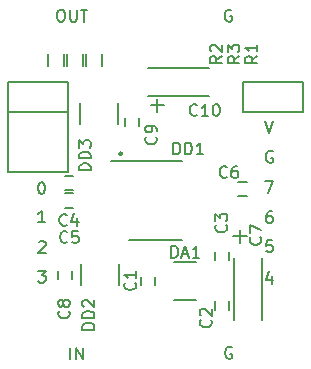
<source format=gbr>
G04 #@! TF.GenerationSoftware,KiCad,Pcbnew,(5.0.0)*
G04 #@! TF.CreationDate,2018-11-06T13:21:30+03:00*
G04 #@! TF.ProjectId,NeoModule,4E656F4D6F64756C652E6B696361645F,rev?*
G04 #@! TF.SameCoordinates,Original*
G04 #@! TF.FileFunction,Legend,Top*
G04 #@! TF.FilePolarity,Positive*
%FSLAX46Y46*%
G04 Gerber Fmt 4.6, Leading zero omitted, Abs format (unit mm)*
G04 Created by KiCad (PCBNEW (5.0.0)) date 11/06/18 13:21:30*
%MOMM*%
%LPD*%
G01*
G04 APERTURE LIST*
%ADD10C,0.150000*%
%ADD11C,0.250000*%
G04 APERTURE END LIST*
D10*
X105476190Y-102052380D02*
X105476190Y-101052380D01*
X105952380Y-102052380D02*
X105952380Y-101052380D01*
X106523809Y-102052380D01*
X106523809Y-101052380D01*
X119161904Y-101050000D02*
X119066666Y-101002380D01*
X118923809Y-101002380D01*
X118780952Y-101050000D01*
X118685714Y-101145238D01*
X118638095Y-101240476D01*
X118590476Y-101430952D01*
X118590476Y-101573809D01*
X118638095Y-101764285D01*
X118685714Y-101859523D01*
X118780952Y-101954761D01*
X118923809Y-102002380D01*
X119019047Y-102002380D01*
X119161904Y-101954761D01*
X119209523Y-101907142D01*
X119209523Y-101573809D01*
X119019047Y-101573809D01*
X119111904Y-72500000D02*
X119016666Y-72452380D01*
X118873809Y-72452380D01*
X118730952Y-72500000D01*
X118635714Y-72595238D01*
X118588095Y-72690476D01*
X118540476Y-72880952D01*
X118540476Y-73023809D01*
X118588095Y-73214285D01*
X118635714Y-73309523D01*
X118730952Y-73404761D01*
X118873809Y-73452380D01*
X118969047Y-73452380D01*
X119111904Y-73404761D01*
X119159523Y-73357142D01*
X119159523Y-73023809D01*
X118969047Y-73023809D01*
X104600000Y-72452380D02*
X104790476Y-72452380D01*
X104885714Y-72500000D01*
X104980952Y-72595238D01*
X105028571Y-72785714D01*
X105028571Y-73119047D01*
X104980952Y-73309523D01*
X104885714Y-73404761D01*
X104790476Y-73452380D01*
X104600000Y-73452380D01*
X104504761Y-73404761D01*
X104409523Y-73309523D01*
X104361904Y-73119047D01*
X104361904Y-72785714D01*
X104409523Y-72595238D01*
X104504761Y-72500000D01*
X104600000Y-72452380D01*
X105457142Y-72452380D02*
X105457142Y-73261904D01*
X105504761Y-73357142D01*
X105552380Y-73404761D01*
X105647619Y-73452380D01*
X105838095Y-73452380D01*
X105933333Y-73404761D01*
X105980952Y-73357142D01*
X106028571Y-73261904D01*
X106028571Y-72452380D01*
X106361904Y-72452380D02*
X106933333Y-72452380D01*
X106647619Y-73452380D02*
X106647619Y-72452380D01*
D11*
X109861803Y-84650000D02*
G75*
G03X109861803Y-84650000I-111803J0D01*
G01*
D10*
X121966666Y-81852380D02*
X122300000Y-82852380D01*
X122633333Y-81852380D01*
X122611904Y-84450000D02*
X122516666Y-84402380D01*
X122373809Y-84402380D01*
X122230952Y-84450000D01*
X122135714Y-84545238D01*
X122088095Y-84640476D01*
X122040476Y-84830952D01*
X122040476Y-84973809D01*
X122088095Y-85164285D01*
X122135714Y-85259523D01*
X122230952Y-85354761D01*
X122373809Y-85402380D01*
X122469047Y-85402380D01*
X122611904Y-85354761D01*
X122659523Y-85307142D01*
X122659523Y-84973809D01*
X122469047Y-84973809D01*
X121966666Y-86952380D02*
X122633333Y-86952380D01*
X122204761Y-87952380D01*
X122540476Y-89502380D02*
X122350000Y-89502380D01*
X122254761Y-89550000D01*
X122207142Y-89597619D01*
X122111904Y-89740476D01*
X122064285Y-89930952D01*
X122064285Y-90311904D01*
X122111904Y-90407142D01*
X122159523Y-90454761D01*
X122254761Y-90502380D01*
X122445238Y-90502380D01*
X122540476Y-90454761D01*
X122588095Y-90407142D01*
X122635714Y-90311904D01*
X122635714Y-90073809D01*
X122588095Y-89978571D01*
X122540476Y-89930952D01*
X122445238Y-89883333D01*
X122254761Y-89883333D01*
X122159523Y-89930952D01*
X122111904Y-89978571D01*
X122064285Y-90073809D01*
X122588095Y-91952380D02*
X122111904Y-91952380D01*
X122064285Y-92428571D01*
X122111904Y-92380952D01*
X122207142Y-92333333D01*
X122445238Y-92333333D01*
X122540476Y-92380952D01*
X122588095Y-92428571D01*
X122635714Y-92523809D01*
X122635714Y-92761904D01*
X122588095Y-92857142D01*
X122540476Y-92904761D01*
X122445238Y-92952380D01*
X122207142Y-92952380D01*
X122111904Y-92904761D01*
X122064285Y-92857142D01*
X122540476Y-94985714D02*
X122540476Y-95652380D01*
X122302380Y-94604761D02*
X122064285Y-95319047D01*
X122683333Y-95319047D01*
X102766666Y-94552380D02*
X103385714Y-94552380D01*
X103052380Y-94933333D01*
X103195238Y-94933333D01*
X103290476Y-94980952D01*
X103338095Y-95028571D01*
X103385714Y-95123809D01*
X103385714Y-95361904D01*
X103338095Y-95457142D01*
X103290476Y-95504761D01*
X103195238Y-95552380D01*
X102909523Y-95552380D01*
X102814285Y-95504761D01*
X102766666Y-95457142D01*
X102814285Y-92147619D02*
X102861904Y-92100000D01*
X102957142Y-92052380D01*
X103195238Y-92052380D01*
X103290476Y-92100000D01*
X103338095Y-92147619D01*
X103385714Y-92242857D01*
X103385714Y-92338095D01*
X103338095Y-92480952D01*
X102766666Y-93052380D01*
X103385714Y-93052380D01*
X103335714Y-90452380D02*
X102764285Y-90452380D01*
X103050000Y-90452380D02*
X103050000Y-89452380D01*
X102954761Y-89595238D01*
X102859523Y-89690476D01*
X102764285Y-89738095D01*
X103002380Y-87052380D02*
X103097619Y-87052380D01*
X103192857Y-87100000D01*
X103240476Y-87147619D01*
X103288095Y-87242857D01*
X103335714Y-87433333D01*
X103335714Y-87671428D01*
X103288095Y-87861904D01*
X103240476Y-87957142D01*
X103192857Y-88004761D01*
X103097619Y-88052380D01*
X103002380Y-88052380D01*
X102907142Y-88004761D01*
X102859523Y-87957142D01*
X102811904Y-87861904D01*
X102764285Y-87671428D01*
X102764285Y-87433333D01*
X102811904Y-87242857D01*
X102859523Y-87147619D01*
X102907142Y-87100000D01*
X103002380Y-87052380D01*
G04 #@! TO.C,DD1*
X110475000Y-91975000D02*
X114925000Y-91975000D01*
X108950000Y-85225000D02*
X114925000Y-85225000D01*
G04 #@! TO.C,C1*
X112650000Y-95050000D02*
X112650000Y-95750000D01*
X111450000Y-95750000D02*
X111450000Y-95050000D01*
G04 #@! TO.C,C2*
X117700000Y-97850000D02*
X117700000Y-97150000D01*
X118900000Y-97150000D02*
X118900000Y-97850000D01*
G04 #@! TO.C,C3*
X117700000Y-93650000D02*
X117700000Y-92950000D01*
X118900000Y-92950000D02*
X118900000Y-93650000D01*
G04 #@! TO.C,C4*
X105750000Y-87700000D02*
X105050000Y-87700000D01*
X105050000Y-86500000D02*
X105750000Y-86500000D01*
G04 #@! TO.C,C5*
X105750000Y-89200000D02*
X105050000Y-89200000D01*
X105050000Y-88000000D02*
X105750000Y-88000000D01*
G04 #@! TO.C,C6*
X120400000Y-88200000D02*
X119700000Y-88200000D01*
X119700000Y-87000000D02*
X120400000Y-87000000D01*
G04 #@! TO.C,C7*
X121698880Y-98700960D02*
X121698880Y-93499040D01*
X119301120Y-93499040D02*
X119301120Y-98700960D01*
G04 #@! TO.C,C8*
X104400000Y-95250000D02*
X104400000Y-94550000D01*
X105600000Y-94550000D02*
X105600000Y-95250000D01*
G04 #@! TO.C,C9*
X111300000Y-81600000D02*
X111300000Y-82300000D01*
X110100000Y-82300000D02*
X110100000Y-81600000D01*
G04 #@! TO.C,C10*
X112049040Y-79798880D02*
X117250960Y-79798880D01*
X117250960Y-77401120D02*
X112049040Y-77401120D01*
G04 #@! TO.C,DA1*
X114300000Y-93800000D02*
X116100000Y-93800000D01*
X114300000Y-97000000D02*
X116100000Y-97000000D01*
G04 #@! TO.C,DD2*
X109600000Y-95800000D02*
X109600000Y-94000000D01*
X106400000Y-95800000D02*
X106400000Y-94000000D01*
G04 #@! TO.C,DD3*
X109500000Y-82150000D02*
X109500000Y-80350000D01*
X106300000Y-82150000D02*
X106300000Y-80350000D01*
G04 #@! TO.C,R1*
X106825000Y-77200000D02*
X106825000Y-76200000D01*
X108175000Y-76200000D02*
X108175000Y-77200000D01*
G04 #@! TO.C,R2*
X103625000Y-77200000D02*
X103625000Y-76200000D01*
X104975000Y-76200000D02*
X104975000Y-77200000D01*
G04 #@! TO.C,R3*
X105225000Y-77200000D02*
X105225000Y-76200000D01*
X106575000Y-76200000D02*
X106575000Y-77200000D01*
G04 #@! TO.C,XP1*
X100230000Y-81130000D02*
X102770000Y-81130000D01*
X100230000Y-83670000D02*
X100230000Y-81130000D01*
X102770000Y-81130000D02*
X105310000Y-81130000D01*
X105310000Y-81130000D02*
X105310000Y-86210000D01*
X105310000Y-86210000D02*
X100230000Y-86210000D01*
X100230000Y-86210000D02*
X100230000Y-83670000D01*
G04 #@! TO.C,XP2*
X100230000Y-78590000D02*
X105310000Y-78590000D01*
X100230000Y-78590000D02*
X100230000Y-81130000D01*
X100230000Y-81130000D02*
X105310000Y-81130000D01*
X105310000Y-81130000D02*
X105310000Y-78590000D01*
G04 #@! TO.C,XP5*
X125170000Y-81130000D02*
X120090000Y-81130000D01*
X125170000Y-81130000D02*
X125170000Y-78590000D01*
X125170000Y-78590000D02*
X120090000Y-78590000D01*
X120090000Y-78590000D02*
X120090000Y-81130000D01*
G04 #@! TO.C,DD1*
X114211904Y-84702380D02*
X114211904Y-83702380D01*
X114450000Y-83702380D01*
X114592857Y-83750000D01*
X114688095Y-83845238D01*
X114735714Y-83940476D01*
X114783333Y-84130952D01*
X114783333Y-84273809D01*
X114735714Y-84464285D01*
X114688095Y-84559523D01*
X114592857Y-84654761D01*
X114450000Y-84702380D01*
X114211904Y-84702380D01*
X115211904Y-84702380D02*
X115211904Y-83702380D01*
X115450000Y-83702380D01*
X115592857Y-83750000D01*
X115688095Y-83845238D01*
X115735714Y-83940476D01*
X115783333Y-84130952D01*
X115783333Y-84273809D01*
X115735714Y-84464285D01*
X115688095Y-84559523D01*
X115592857Y-84654761D01*
X115450000Y-84702380D01*
X115211904Y-84702380D01*
X116735714Y-84702380D02*
X116164285Y-84702380D01*
X116450000Y-84702380D02*
X116450000Y-83702380D01*
X116354761Y-83845238D01*
X116259523Y-83940476D01*
X116164285Y-83988095D01*
G04 #@! TO.C,C1*
X110957142Y-95566666D02*
X111004761Y-95614285D01*
X111052380Y-95757142D01*
X111052380Y-95852380D01*
X111004761Y-95995238D01*
X110909523Y-96090476D01*
X110814285Y-96138095D01*
X110623809Y-96185714D01*
X110480952Y-96185714D01*
X110290476Y-96138095D01*
X110195238Y-96090476D01*
X110100000Y-95995238D01*
X110052380Y-95852380D01*
X110052380Y-95757142D01*
X110100000Y-95614285D01*
X110147619Y-95566666D01*
X111052380Y-94614285D02*
X111052380Y-95185714D01*
X111052380Y-94900000D02*
X110052380Y-94900000D01*
X110195238Y-94995238D01*
X110290476Y-95090476D01*
X110338095Y-95185714D01*
G04 #@! TO.C,C2*
X117357142Y-98716666D02*
X117404761Y-98764285D01*
X117452380Y-98907142D01*
X117452380Y-99002380D01*
X117404761Y-99145238D01*
X117309523Y-99240476D01*
X117214285Y-99288095D01*
X117023809Y-99335714D01*
X116880952Y-99335714D01*
X116690476Y-99288095D01*
X116595238Y-99240476D01*
X116500000Y-99145238D01*
X116452380Y-99002380D01*
X116452380Y-98907142D01*
X116500000Y-98764285D01*
X116547619Y-98716666D01*
X116547619Y-98335714D02*
X116500000Y-98288095D01*
X116452380Y-98192857D01*
X116452380Y-97954761D01*
X116500000Y-97859523D01*
X116547619Y-97811904D01*
X116642857Y-97764285D01*
X116738095Y-97764285D01*
X116880952Y-97811904D01*
X117452380Y-98383333D01*
X117452380Y-97764285D01*
G04 #@! TO.C,C3*
X118657142Y-90666666D02*
X118704761Y-90714285D01*
X118752380Y-90857142D01*
X118752380Y-90952380D01*
X118704761Y-91095238D01*
X118609523Y-91190476D01*
X118514285Y-91238095D01*
X118323809Y-91285714D01*
X118180952Y-91285714D01*
X117990476Y-91238095D01*
X117895238Y-91190476D01*
X117800000Y-91095238D01*
X117752380Y-90952380D01*
X117752380Y-90857142D01*
X117800000Y-90714285D01*
X117847619Y-90666666D01*
X117752380Y-90333333D02*
X117752380Y-89714285D01*
X118133333Y-90047619D01*
X118133333Y-89904761D01*
X118180952Y-89809523D01*
X118228571Y-89761904D01*
X118323809Y-89714285D01*
X118561904Y-89714285D01*
X118657142Y-89761904D01*
X118704761Y-89809523D01*
X118752380Y-89904761D01*
X118752380Y-90190476D01*
X118704761Y-90285714D01*
X118657142Y-90333333D01*
G04 #@! TO.C,C4*
X105183333Y-90657142D02*
X105135714Y-90704761D01*
X104992857Y-90752380D01*
X104897619Y-90752380D01*
X104754761Y-90704761D01*
X104659523Y-90609523D01*
X104611904Y-90514285D01*
X104564285Y-90323809D01*
X104564285Y-90180952D01*
X104611904Y-89990476D01*
X104659523Y-89895238D01*
X104754761Y-89800000D01*
X104897619Y-89752380D01*
X104992857Y-89752380D01*
X105135714Y-89800000D01*
X105183333Y-89847619D01*
X106040476Y-90085714D02*
X106040476Y-90752380D01*
X105802380Y-89704761D02*
X105564285Y-90419047D01*
X106183333Y-90419047D01*
G04 #@! TO.C,C5*
X105233333Y-92107142D02*
X105185714Y-92154761D01*
X105042857Y-92202380D01*
X104947619Y-92202380D01*
X104804761Y-92154761D01*
X104709523Y-92059523D01*
X104661904Y-91964285D01*
X104614285Y-91773809D01*
X104614285Y-91630952D01*
X104661904Y-91440476D01*
X104709523Y-91345238D01*
X104804761Y-91250000D01*
X104947619Y-91202380D01*
X105042857Y-91202380D01*
X105185714Y-91250000D01*
X105233333Y-91297619D01*
X106138095Y-91202380D02*
X105661904Y-91202380D01*
X105614285Y-91678571D01*
X105661904Y-91630952D01*
X105757142Y-91583333D01*
X105995238Y-91583333D01*
X106090476Y-91630952D01*
X106138095Y-91678571D01*
X106185714Y-91773809D01*
X106185714Y-92011904D01*
X106138095Y-92107142D01*
X106090476Y-92154761D01*
X105995238Y-92202380D01*
X105757142Y-92202380D01*
X105661904Y-92154761D01*
X105614285Y-92107142D01*
G04 #@! TO.C,C6*
X118733333Y-86607142D02*
X118685714Y-86654761D01*
X118542857Y-86702380D01*
X118447619Y-86702380D01*
X118304761Y-86654761D01*
X118209523Y-86559523D01*
X118161904Y-86464285D01*
X118114285Y-86273809D01*
X118114285Y-86130952D01*
X118161904Y-85940476D01*
X118209523Y-85845238D01*
X118304761Y-85750000D01*
X118447619Y-85702380D01*
X118542857Y-85702380D01*
X118685714Y-85750000D01*
X118733333Y-85797619D01*
X119590476Y-85702380D02*
X119400000Y-85702380D01*
X119304761Y-85750000D01*
X119257142Y-85797619D01*
X119161904Y-85940476D01*
X119114285Y-86130952D01*
X119114285Y-86511904D01*
X119161904Y-86607142D01*
X119209523Y-86654761D01*
X119304761Y-86702380D01*
X119495238Y-86702380D01*
X119590476Y-86654761D01*
X119638095Y-86607142D01*
X119685714Y-86511904D01*
X119685714Y-86273809D01*
X119638095Y-86178571D01*
X119590476Y-86130952D01*
X119495238Y-86083333D01*
X119304761Y-86083333D01*
X119209523Y-86130952D01*
X119161904Y-86178571D01*
X119114285Y-86273809D01*
G04 #@! TO.C,C7*
X121557142Y-91716666D02*
X121604761Y-91764285D01*
X121652380Y-91907142D01*
X121652380Y-92002380D01*
X121604761Y-92145238D01*
X121509523Y-92240476D01*
X121414285Y-92288095D01*
X121223809Y-92335714D01*
X121080952Y-92335714D01*
X120890476Y-92288095D01*
X120795238Y-92240476D01*
X120700000Y-92145238D01*
X120652380Y-92002380D01*
X120652380Y-91907142D01*
X120700000Y-91764285D01*
X120747619Y-91716666D01*
X120652380Y-91383333D02*
X120652380Y-90716666D01*
X121652380Y-91145238D01*
X119857142Y-92221428D02*
X119857142Y-91078571D01*
X120428571Y-91650000D02*
X119285714Y-91650000D01*
G04 #@! TO.C,C8*
X105357142Y-97966666D02*
X105404761Y-98014285D01*
X105452380Y-98157142D01*
X105452380Y-98252380D01*
X105404761Y-98395238D01*
X105309523Y-98490476D01*
X105214285Y-98538095D01*
X105023809Y-98585714D01*
X104880952Y-98585714D01*
X104690476Y-98538095D01*
X104595238Y-98490476D01*
X104500000Y-98395238D01*
X104452380Y-98252380D01*
X104452380Y-98157142D01*
X104500000Y-98014285D01*
X104547619Y-97966666D01*
X104880952Y-97395238D02*
X104833333Y-97490476D01*
X104785714Y-97538095D01*
X104690476Y-97585714D01*
X104642857Y-97585714D01*
X104547619Y-97538095D01*
X104500000Y-97490476D01*
X104452380Y-97395238D01*
X104452380Y-97204761D01*
X104500000Y-97109523D01*
X104547619Y-97061904D01*
X104642857Y-97014285D01*
X104690476Y-97014285D01*
X104785714Y-97061904D01*
X104833333Y-97109523D01*
X104880952Y-97204761D01*
X104880952Y-97395238D01*
X104928571Y-97490476D01*
X104976190Y-97538095D01*
X105071428Y-97585714D01*
X105261904Y-97585714D01*
X105357142Y-97538095D01*
X105404761Y-97490476D01*
X105452380Y-97395238D01*
X105452380Y-97204761D01*
X105404761Y-97109523D01*
X105357142Y-97061904D01*
X105261904Y-97014285D01*
X105071428Y-97014285D01*
X104976190Y-97061904D01*
X104928571Y-97109523D01*
X104880952Y-97204761D01*
G04 #@! TO.C,C9*
X112707142Y-83216666D02*
X112754761Y-83264285D01*
X112802380Y-83407142D01*
X112802380Y-83502380D01*
X112754761Y-83645238D01*
X112659523Y-83740476D01*
X112564285Y-83788095D01*
X112373809Y-83835714D01*
X112230952Y-83835714D01*
X112040476Y-83788095D01*
X111945238Y-83740476D01*
X111850000Y-83645238D01*
X111802380Y-83502380D01*
X111802380Y-83407142D01*
X111850000Y-83264285D01*
X111897619Y-83216666D01*
X112802380Y-82740476D02*
X112802380Y-82550000D01*
X112754761Y-82454761D01*
X112707142Y-82407142D01*
X112564285Y-82311904D01*
X112373809Y-82264285D01*
X111992857Y-82264285D01*
X111897619Y-82311904D01*
X111850000Y-82359523D01*
X111802380Y-82454761D01*
X111802380Y-82645238D01*
X111850000Y-82740476D01*
X111897619Y-82788095D01*
X111992857Y-82835714D01*
X112230952Y-82835714D01*
X112326190Y-82788095D01*
X112373809Y-82740476D01*
X112421428Y-82645238D01*
X112421428Y-82454761D01*
X112373809Y-82359523D01*
X112326190Y-82311904D01*
X112230952Y-82264285D01*
G04 #@! TO.C,C10*
X116207142Y-81357142D02*
X116159523Y-81404761D01*
X116016666Y-81452380D01*
X115921428Y-81452380D01*
X115778571Y-81404761D01*
X115683333Y-81309523D01*
X115635714Y-81214285D01*
X115588095Y-81023809D01*
X115588095Y-80880952D01*
X115635714Y-80690476D01*
X115683333Y-80595238D01*
X115778571Y-80500000D01*
X115921428Y-80452380D01*
X116016666Y-80452380D01*
X116159523Y-80500000D01*
X116207142Y-80547619D01*
X117159523Y-81452380D02*
X116588095Y-81452380D01*
X116873809Y-81452380D02*
X116873809Y-80452380D01*
X116778571Y-80595238D01*
X116683333Y-80690476D01*
X116588095Y-80738095D01*
X117778571Y-80452380D02*
X117873809Y-80452380D01*
X117969047Y-80500000D01*
X118016666Y-80547619D01*
X118064285Y-80642857D01*
X118111904Y-80833333D01*
X118111904Y-81071428D01*
X118064285Y-81261904D01*
X118016666Y-81357142D01*
X117969047Y-81404761D01*
X117873809Y-81452380D01*
X117778571Y-81452380D01*
X117683333Y-81404761D01*
X117635714Y-81357142D01*
X117588095Y-81261904D01*
X117540476Y-81071428D01*
X117540476Y-80833333D01*
X117588095Y-80642857D01*
X117635714Y-80547619D01*
X117683333Y-80500000D01*
X117778571Y-80452380D01*
X112278571Y-80557142D02*
X113421428Y-80557142D01*
X112850000Y-81128571D02*
X112850000Y-79985714D01*
G04 #@! TO.C,DA1*
X114033333Y-93452380D02*
X114033333Y-92452380D01*
X114271428Y-92452380D01*
X114414285Y-92500000D01*
X114509523Y-92595238D01*
X114557142Y-92690476D01*
X114604761Y-92880952D01*
X114604761Y-93023809D01*
X114557142Y-93214285D01*
X114509523Y-93309523D01*
X114414285Y-93404761D01*
X114271428Y-93452380D01*
X114033333Y-93452380D01*
X114985714Y-93166666D02*
X115461904Y-93166666D01*
X114890476Y-93452380D02*
X115223809Y-92452380D01*
X115557142Y-93452380D01*
X116414285Y-93452380D02*
X115842857Y-93452380D01*
X116128571Y-93452380D02*
X116128571Y-92452380D01*
X116033333Y-92595238D01*
X115938095Y-92690476D01*
X115842857Y-92738095D01*
G04 #@! TO.C,DD2*
X107502380Y-99538095D02*
X106502380Y-99538095D01*
X106502380Y-99300000D01*
X106550000Y-99157142D01*
X106645238Y-99061904D01*
X106740476Y-99014285D01*
X106930952Y-98966666D01*
X107073809Y-98966666D01*
X107264285Y-99014285D01*
X107359523Y-99061904D01*
X107454761Y-99157142D01*
X107502380Y-99300000D01*
X107502380Y-99538095D01*
X107502380Y-98538095D02*
X106502380Y-98538095D01*
X106502380Y-98300000D01*
X106550000Y-98157142D01*
X106645238Y-98061904D01*
X106740476Y-98014285D01*
X106930952Y-97966666D01*
X107073809Y-97966666D01*
X107264285Y-98014285D01*
X107359523Y-98061904D01*
X107454761Y-98157142D01*
X107502380Y-98300000D01*
X107502380Y-98538095D01*
X106597619Y-97585714D02*
X106550000Y-97538095D01*
X106502380Y-97442857D01*
X106502380Y-97204761D01*
X106550000Y-97109523D01*
X106597619Y-97061904D01*
X106692857Y-97014285D01*
X106788095Y-97014285D01*
X106930952Y-97061904D01*
X107502380Y-97633333D01*
X107502380Y-97014285D01*
G04 #@! TO.C,DD3*
X107202380Y-86038095D02*
X106202380Y-86038095D01*
X106202380Y-85800000D01*
X106250000Y-85657142D01*
X106345238Y-85561904D01*
X106440476Y-85514285D01*
X106630952Y-85466666D01*
X106773809Y-85466666D01*
X106964285Y-85514285D01*
X107059523Y-85561904D01*
X107154761Y-85657142D01*
X107202380Y-85800000D01*
X107202380Y-86038095D01*
X107202380Y-85038095D02*
X106202380Y-85038095D01*
X106202380Y-84800000D01*
X106250000Y-84657142D01*
X106345238Y-84561904D01*
X106440476Y-84514285D01*
X106630952Y-84466666D01*
X106773809Y-84466666D01*
X106964285Y-84514285D01*
X107059523Y-84561904D01*
X107154761Y-84657142D01*
X107202380Y-84800000D01*
X107202380Y-85038095D01*
X106202380Y-84133333D02*
X106202380Y-83514285D01*
X106583333Y-83847619D01*
X106583333Y-83704761D01*
X106630952Y-83609523D01*
X106678571Y-83561904D01*
X106773809Y-83514285D01*
X107011904Y-83514285D01*
X107107142Y-83561904D01*
X107154761Y-83609523D01*
X107202380Y-83704761D01*
X107202380Y-83990476D01*
X107154761Y-84085714D01*
X107107142Y-84133333D01*
G04 #@! TO.C,R1*
X121302380Y-76366666D02*
X120826190Y-76700000D01*
X121302380Y-76938095D02*
X120302380Y-76938095D01*
X120302380Y-76557142D01*
X120350000Y-76461904D01*
X120397619Y-76414285D01*
X120492857Y-76366666D01*
X120635714Y-76366666D01*
X120730952Y-76414285D01*
X120778571Y-76461904D01*
X120826190Y-76557142D01*
X120826190Y-76938095D01*
X121302380Y-75414285D02*
X121302380Y-75985714D01*
X121302380Y-75700000D02*
X120302380Y-75700000D01*
X120445238Y-75795238D01*
X120540476Y-75890476D01*
X120588095Y-75985714D01*
G04 #@! TO.C,R2*
X118302380Y-76366666D02*
X117826190Y-76700000D01*
X118302380Y-76938095D02*
X117302380Y-76938095D01*
X117302380Y-76557142D01*
X117350000Y-76461904D01*
X117397619Y-76414285D01*
X117492857Y-76366666D01*
X117635714Y-76366666D01*
X117730952Y-76414285D01*
X117778571Y-76461904D01*
X117826190Y-76557142D01*
X117826190Y-76938095D01*
X117397619Y-75985714D02*
X117350000Y-75938095D01*
X117302380Y-75842857D01*
X117302380Y-75604761D01*
X117350000Y-75509523D01*
X117397619Y-75461904D01*
X117492857Y-75414285D01*
X117588095Y-75414285D01*
X117730952Y-75461904D01*
X118302380Y-76033333D01*
X118302380Y-75414285D01*
G04 #@! TO.C,R3*
X119802380Y-76366666D02*
X119326190Y-76700000D01*
X119802380Y-76938095D02*
X118802380Y-76938095D01*
X118802380Y-76557142D01*
X118850000Y-76461904D01*
X118897619Y-76414285D01*
X118992857Y-76366666D01*
X119135714Y-76366666D01*
X119230952Y-76414285D01*
X119278571Y-76461904D01*
X119326190Y-76557142D01*
X119326190Y-76938095D01*
X118802380Y-76033333D02*
X118802380Y-75414285D01*
X119183333Y-75747619D01*
X119183333Y-75604761D01*
X119230952Y-75509523D01*
X119278571Y-75461904D01*
X119373809Y-75414285D01*
X119611904Y-75414285D01*
X119707142Y-75461904D01*
X119754761Y-75509523D01*
X119802380Y-75604761D01*
X119802380Y-75890476D01*
X119754761Y-75985714D01*
X119707142Y-76033333D01*
G04 #@! TD*
M02*

</source>
